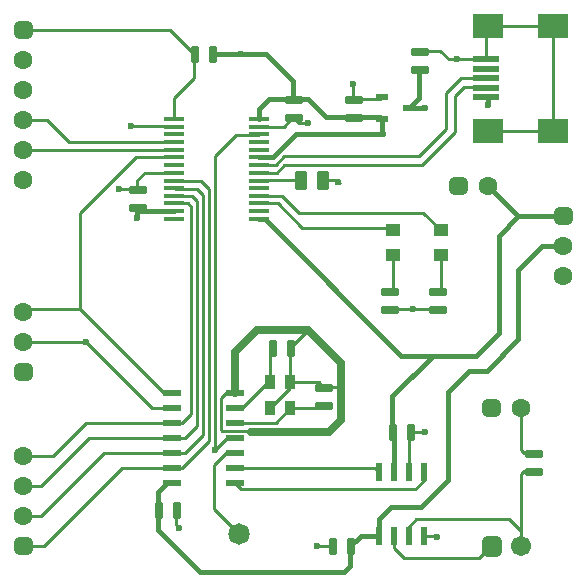
<source format=gtl>
G04 Generated by Ultiboard 14.1 *
%FSLAX24Y24*%
%MOIN*%

%ADD10C,0.0001*%
%ADD11C,0.0100*%
%ADD12C,0.0250*%
%ADD13C,0.0150*%
%ADD14C,0.0236*%
%ADD15R,0.0689X0.0177*%
%ADD16R,0.0108X0.0417*%
%ADD17C,0.0167*%
%ADD18R,0.0236X0.0610*%
%ADD19C,0.0674*%
%ADD20R,0.0320X0.0320*%
%ADD21C,0.0350*%
%ADD22R,0.0417X0.0108*%
%ADD23R,0.0394X0.0236*%
%ADD24R,0.0472X0.0433*%
%ADD25R,0.0208X0.0208*%
%ADD26C,0.0392*%
%ADD27C,0.0633*%
%ADD28R,0.0591X0.0236*%
%ADD29R,0.0374X0.0472*%
%ADD30R,0.0984X0.0787*%
%ADD31R,0.0906X0.0197*%
%ADD32R,0.0225X0.0467*%
%ADD33C,0.0717*%


G04 ColorRGB 00FF00 for the following layer *
%LNCopper Top*%
%LPD*%
G54D10*
G54D11*
X800Y4600D02*
X1800Y4600D01*
X2900Y5700D01*
X800Y3600D02*
X1400Y3600D01*
X3000Y5200D01*
X800Y2600D02*
X1400Y2600D01*
X3500Y4700D01*
X800Y1600D02*
X1500Y1600D01*
X4100Y4200D01*
X5737Y6700D02*
X5500Y6700D01*
X2700Y9500D01*
X900Y9500D01*
X800Y9400D01*
X5100Y6200D02*
X2900Y8400D01*
X800Y8400D01*
X7863Y5700D02*
X9206Y5700D01*
X9700Y6194D01*
X10694Y6194D01*
X10800Y6300D01*
X8100Y6200D02*
X8960Y7060D01*
X9011Y7060D01*
X7863Y6200D02*
X8100Y6200D01*
X9011Y7060D02*
X9011Y8111D01*
X9100Y8200D01*
X9700Y7060D02*
X10640Y7060D01*
X9011Y6194D02*
X9700Y6883D01*
X10640Y7060D02*
X10800Y6900D01*
X9700Y7060D02*
X9700Y8200D01*
X10300Y8800D01*
X10800Y6900D02*
X11400Y6900D01*
X13650Y4063D02*
X13650Y5350D01*
X7863Y4200D02*
X12513Y4200D01*
X12650Y4063D01*
X13900Y3529D02*
X14150Y3779D01*
X14150Y4063D01*
X13150Y1937D02*
X13150Y1550D01*
X13500Y1200D01*
X16000Y1200D01*
X16400Y1600D01*
X13650Y1937D02*
X13650Y2250D01*
X13900Y2500D01*
X17000Y2500D01*
X17400Y2100D01*
X17400Y1600D01*
X14150Y1937D02*
X14563Y1937D01*
X5900Y2800D02*
X5900Y2300D01*
X6000Y2200D01*
X10600Y1600D02*
X11100Y1600D01*
X13700Y5400D02*
X14200Y5400D01*
X800Y15800D02*
X1600Y15800D01*
X2328Y15072D01*
X5830Y15072D01*
X800Y14800D02*
X5814Y14800D01*
X16271Y18952D02*
X18437Y18952D01*
X18437Y15448D01*
X16232Y17830D02*
X16232Y18913D01*
X14000Y18100D02*
X14700Y18100D01*
X14970Y17830D01*
X16232Y17830D01*
X11800Y16500D02*
X12673Y16500D01*
X12747Y16574D01*
X11800Y16500D02*
X11800Y17000D01*
X9800Y15900D02*
X10000Y15700D01*
X10300Y15700D01*
X8665Y15584D02*
X9484Y15584D01*
X9800Y15900D01*
X8665Y13025D02*
X9275Y13025D01*
X10100Y12200D01*
X13033Y12200D01*
X13106Y12127D01*
X8665Y13281D02*
X9419Y13281D01*
X10000Y12700D01*
X14133Y12700D01*
X14706Y12127D01*
X14706Y11300D02*
X14706Y10213D01*
X14594Y10100D01*
X13106Y11300D02*
X13106Y10213D01*
X12994Y10100D01*
X12994Y9500D02*
X14594Y9500D01*
X8665Y14049D02*
X9249Y14049D01*
X9500Y14300D01*
X14100Y14300D01*
X15500Y16900D02*
X16217Y16900D01*
X15200Y16600D02*
X15500Y16900D01*
X8665Y14305D02*
X9205Y14305D01*
X9500Y14600D01*
X14900Y16700D02*
X15400Y17200D01*
X16232Y17200D01*
X9500Y14600D02*
X14000Y14600D01*
X15200Y15400D02*
X15200Y16600D01*
X14900Y15500D02*
X14900Y16700D01*
X14000Y14600D02*
X14900Y15500D01*
X14100Y14300D02*
X15200Y15400D01*
X16271Y15448D02*
X18437Y15448D01*
X4600Y13500D02*
X4600Y13800D01*
X4849Y14049D01*
X5830Y14049D01*
X4600Y13500D02*
X4000Y13500D01*
X5830Y15840D02*
X5830Y16530D01*
X6500Y17200D01*
X6500Y18000D01*
X800Y18800D02*
X5700Y18800D01*
X6500Y18000D01*
X5830Y13025D02*
X6275Y13025D01*
X5830Y13281D02*
X6419Y13281D01*
X6600Y13500D02*
X5867Y13500D01*
X5830Y13790D02*
X6710Y13790D01*
X2700Y9500D02*
X2700Y12700D01*
X4560Y14560D01*
X5830Y14560D01*
X2900Y5700D02*
X6100Y5700D01*
X6400Y6000D02*
X6400Y12900D01*
X6100Y5700D02*
X6400Y6000D01*
X6275Y13025D02*
X6400Y12900D01*
X6419Y13281D02*
X6600Y13100D01*
X6600Y5600D02*
X6200Y5200D01*
X6600Y13100D02*
X6600Y5600D01*
X3000Y5200D02*
X6200Y5200D01*
X3500Y4700D02*
X6200Y4700D01*
X6800Y5300D02*
X6800Y13300D01*
X6200Y4700D02*
X6800Y5300D01*
X6800Y13300D02*
X6600Y13500D01*
X6710Y13790D02*
X7000Y13500D01*
X7000Y5100D02*
X6100Y4200D01*
X7000Y13500D02*
X7000Y5100D01*
X4100Y4200D02*
X6100Y4200D01*
X7863Y5200D02*
X7600Y5200D01*
X7200Y4800D01*
X4400Y15600D02*
X5814Y15600D01*
X7900Y15300D02*
X8636Y15300D01*
X11300Y3500D02*
X13871Y3500D01*
X13900Y3529D02*
X13871Y3500D01*
X8063Y3500D02*
X11300Y3500D01*
X8063Y3500D02*
X7863Y3700D01*
X7200Y4800D02*
X7200Y14600D01*
X7900Y15300D01*
X17800Y4700D02*
X17500Y4700D01*
X17400Y4800D01*
X17400Y6200D01*
X17400Y2100D02*
X17400Y4000D01*
X17500Y4100D01*
X17800Y4100D01*
X10033Y13800D02*
X8665Y13800D01*
X10767Y13800D02*
X11250Y13800D01*
X11350Y13700D01*
X7863Y4700D02*
X7550Y4700D01*
X7150Y4300D01*
X7150Y2850D01*
X8000Y2000D01*
X5100Y6200D02*
X5737Y6200D01*
X7863Y6700D02*
X7550Y6700D01*
X7400Y6550D01*
X7429Y5450D02*
X7400Y5479D01*
X7400Y6550D02*
X7400Y5479D01*
X8350Y5450D02*
X8400Y5400D01*
X7429Y5450D02*
X8350Y5450D01*
G54D12*
X11400Y5800D02*
X11000Y5400D01*
X11400Y7700D02*
X11400Y5800D01*
X11000Y5400D02*
X8400Y5400D01*
X10300Y8800D02*
X11400Y7700D01*
X8600Y8800D02*
X10300Y8800D01*
X7863Y8063D02*
X8600Y8800D01*
X7863Y6700D02*
X7863Y8063D01*
G54D13*
X14200Y16200D02*
X13653Y16200D01*
X14000Y16547D02*
X13653Y16200D01*
X14000Y17500D02*
X14000Y16547D01*
X15900Y7950D02*
X16650Y8700D01*
X13100Y6600D02*
X14450Y7950D01*
X13100Y5400D02*
X13100Y6600D01*
X8665Y12513D02*
X8837Y12513D01*
X13150Y4063D02*
X13150Y5350D01*
X4600Y12900D02*
X4600Y12550D01*
X7100Y18000D02*
X8900Y18000D01*
X9800Y17100D01*
X9800Y16500D01*
X9000Y16500D02*
X10300Y16500D01*
X8665Y16165D02*
X9000Y16500D01*
X10300Y16500D02*
X10900Y15900D01*
X8665Y15840D02*
X8665Y16165D01*
X10900Y15900D02*
X12673Y15900D01*
X12747Y15826D02*
X12747Y15403D01*
X9900Y15350D02*
X12800Y15350D01*
X9110Y14560D02*
X9900Y15350D01*
X8665Y14560D02*
X9110Y14560D01*
X18100Y11600D02*
X18800Y11600D01*
X17300Y10800D02*
X18100Y11600D01*
X17300Y8500D02*
X17300Y10800D01*
X16250Y7450D02*
X17300Y8500D01*
X15650Y7450D02*
X16250Y7450D01*
X14950Y6750D02*
X15650Y7450D01*
X14950Y3800D02*
X14950Y6750D01*
X14050Y2900D02*
X14950Y3800D01*
X13050Y2900D02*
X14050Y2900D01*
X12650Y2500D02*
X13050Y2900D01*
X12650Y1937D02*
X12650Y2500D01*
X12037Y1937D02*
X12650Y1937D01*
X11700Y1600D02*
X12037Y1937D01*
X11700Y950D02*
X11700Y1600D01*
X11500Y750D02*
X11700Y950D01*
X5600Y3700D02*
X5300Y3400D01*
X5830Y12769D02*
X4731Y12769D01*
X16300Y16300D02*
X16300Y16502D01*
X5300Y2150D02*
X5300Y3400D01*
X6700Y750D02*
X11500Y750D01*
X5300Y2150D02*
X6700Y750D01*
X8837Y12513D02*
X13400Y7950D01*
X15900Y7950D01*
X17300Y12600D02*
X18800Y12600D01*
X17300Y12600D02*
X16300Y13600D01*
X16650Y8700D02*
X16650Y11950D01*
X17300Y12600D01*
G54D14*
X10300Y8800D03*
X10400Y5400D03*
X14600Y1900D03*
X6000Y2200D03*
X10600Y1600D03*
X14200Y5400D03*
X11800Y17000D03*
X10300Y15700D03*
X13800Y9500D03*
X16300Y16300D03*
X14200Y16200D03*
X4000Y13500D03*
X7200Y4800D03*
X2900Y8400D03*
X12800Y15350D03*
X8050Y18000D03*
X4400Y15600D03*
X11300Y13750D03*
X4600Y12550D03*
X15250Y17850D03*
G54D15*
X5830Y12513D03*
X8665Y12513D03*
X5830Y12769D03*
X5830Y13281D03*
X5830Y13025D03*
X8665Y12769D03*
X8665Y13281D03*
X8665Y13025D03*
X5830Y13537D03*
X5830Y14305D03*
X5830Y13790D03*
X5830Y14049D03*
X8665Y13537D03*
X8665Y14305D03*
X8665Y13790D03*
X8665Y14049D03*
X5830Y15072D03*
X5830Y14816D03*
X5830Y14560D03*
X8665Y15072D03*
X8665Y14816D03*
X8665Y14560D03*
X5830Y15840D03*
X5830Y15584D03*
X5830Y15328D03*
X8665Y15840D03*
X8665Y15584D03*
X8665Y15328D03*
G54D16*
X9100Y8200D03*
X9700Y8200D03*
X7100Y18000D03*
X6500Y18000D03*
X13100Y5400D03*
X13700Y5400D03*
X5300Y2800D03*
X5900Y2800D03*
X11100Y1600D03*
X11700Y1600D03*
G54D17*
X9046Y7992D02*
X9154Y7992D01*
X9154Y8408D01*
X9046Y8408D01*
X9046Y7992D01*D02*
X9646Y7992D02*
X9754Y7992D01*
X9754Y8408D01*
X9646Y8408D01*
X9646Y7992D01*D02*
X7046Y17792D02*
X7154Y17792D01*
X7154Y18208D01*
X7046Y18208D01*
X7046Y17792D01*D02*
X6446Y17792D02*
X6554Y17792D01*
X6554Y18208D01*
X6446Y18208D01*
X6446Y17792D01*D02*
X13792Y18046D02*
X14208Y18046D01*
X14208Y18154D01*
X13792Y18154D01*
X13792Y18046D01*D02*
X13792Y17446D02*
X14208Y17446D01*
X14208Y17554D01*
X13792Y17554D01*
X13792Y17446D01*D02*
X11592Y15846D02*
X12008Y15846D01*
X12008Y15954D01*
X11592Y15954D01*
X11592Y15846D01*D02*
X11592Y16446D02*
X12008Y16446D01*
X12008Y16554D01*
X11592Y16554D01*
X11592Y16446D01*D02*
X12786Y9446D02*
X13202Y9446D01*
X13202Y9554D01*
X12786Y9554D01*
X12786Y9446D01*D02*
X12786Y10046D02*
X13202Y10046D01*
X13202Y10154D01*
X12786Y10154D01*
X12786Y10046D01*D02*
X14386Y9446D02*
X14802Y9446D01*
X14802Y9554D01*
X14386Y9554D01*
X14386Y9446D01*D02*
X14386Y10046D02*
X14802Y10046D01*
X14802Y10154D01*
X14386Y10154D01*
X14386Y10046D01*D02*
X13046Y5192D02*
X13154Y5192D01*
X13154Y5608D01*
X13046Y5608D01*
X13046Y5192D01*D02*
X13646Y5192D02*
X13754Y5192D01*
X13754Y5608D01*
X13646Y5608D01*
X13646Y5192D01*D02*
X5246Y2592D02*
X5354Y2592D01*
X5354Y3008D01*
X5246Y3008D01*
X5246Y2592D01*D02*
X5846Y2592D02*
X5954Y2592D01*
X5954Y3008D01*
X5846Y3008D01*
X5846Y2592D01*D02*
X17592Y4046D02*
X18008Y4046D01*
X18008Y4154D01*
X17592Y4154D01*
X17592Y4046D01*D02*
X17592Y4646D02*
X18008Y4646D01*
X18008Y4754D01*
X17592Y4754D01*
X17592Y4646D01*D02*
X10592Y6246D02*
X11008Y6246D01*
X11008Y6354D01*
X10592Y6354D01*
X10592Y6246D01*D02*
X10592Y6846D02*
X11008Y6846D01*
X11008Y6954D01*
X10592Y6954D01*
X10592Y6846D01*D02*
X11046Y1392D02*
X11154Y1392D01*
X11154Y1808D01*
X11046Y1808D01*
X11046Y1392D01*D02*
X11646Y1392D02*
X11754Y1392D01*
X11754Y1808D01*
X11646Y1808D01*
X11646Y1392D01*D02*
X9592Y15846D02*
X10008Y15846D01*
X10008Y15954D01*
X9592Y15954D01*
X9592Y15846D01*D02*
X9592Y16446D02*
X10008Y16446D01*
X10008Y16554D01*
X9592Y16554D01*
X9592Y16446D01*D02*
X4392Y13446D02*
X4808Y13446D01*
X4808Y13554D01*
X4392Y13554D01*
X4392Y13446D01*D02*
X4392Y12846D02*
X4808Y12846D01*
X4808Y12954D01*
X4392Y12954D01*
X4392Y12846D01*D02*
X9921Y13567D02*
X10145Y13567D01*
X10145Y14033D01*
X9921Y14033D01*
X9921Y13567D01*D02*
X10655Y13567D02*
X10879Y13567D01*
X10879Y14033D01*
X10655Y14033D01*
X10655Y13567D01*D02*
G54D18*
X12650Y1937D03*
X13150Y1937D03*
X14150Y1937D03*
X13650Y1937D03*
X12650Y4063D03*
X13150Y4063D03*
X13650Y4063D03*
X14150Y4063D03*
G54D19*
X17400Y1600D03*
G54D20*
X16400Y1600D03*
G54D21*
X16240Y1440D02*
X16560Y1440D01*
X16560Y1760D01*
X16240Y1760D01*
X16240Y1440D01*D02*
G54D22*
X14000Y18100D03*
X14000Y17500D03*
X11800Y15900D03*
X11800Y16500D03*
X12994Y9500D03*
X12994Y10100D03*
X14594Y9500D03*
X14594Y10100D03*
X17800Y4100D03*
X17800Y4700D03*
X10800Y6300D03*
X10800Y6900D03*
X9800Y15900D03*
X9800Y16500D03*
X4600Y13500D03*
X4600Y12900D03*
G54D23*
X12747Y15826D03*
X12747Y16574D03*
X13653Y16200D03*
G54D24*
X13106Y12127D03*
X13106Y11300D03*
X14706Y11300D03*
X14706Y12127D03*
G54D25*
X16400Y6200D03*
X800Y1600D03*
X800Y7400D03*
X18800Y12600D03*
X800Y18800D03*
X15300Y13600D03*
G54D26*
X16296Y6096D02*
X16504Y6096D01*
X16504Y6304D01*
X16296Y6304D01*
X16296Y6096D01*D02*
X696Y1496D02*
X904Y1496D01*
X904Y1704D01*
X696Y1704D01*
X696Y1496D01*D02*
X696Y7296D02*
X904Y7296D01*
X904Y7504D01*
X696Y7504D01*
X696Y7296D01*D02*
X18696Y12496D02*
X18904Y12496D01*
X18904Y12704D01*
X18696Y12704D01*
X18696Y12496D01*D02*
X696Y18696D02*
X904Y18696D01*
X904Y18904D01*
X696Y18904D01*
X696Y18696D01*D02*
X15196Y13496D02*
X15404Y13496D01*
X15404Y13704D01*
X15196Y13704D01*
X15196Y13496D01*D02*
G54D27*
X17400Y6200D03*
X800Y3600D03*
X800Y2600D03*
X800Y4600D03*
X800Y8400D03*
X800Y9400D03*
X18800Y11600D03*
X18800Y10600D03*
X800Y17800D03*
X800Y16800D03*
X800Y14800D03*
X800Y15800D03*
X800Y13800D03*
X16300Y13600D03*
G54D28*
X5737Y3700D03*
X7863Y3700D03*
X5737Y4700D03*
X5737Y4200D03*
X7863Y4700D03*
X7863Y4200D03*
X5737Y5200D03*
X5737Y5700D03*
X7863Y5200D03*
X7863Y5700D03*
X5737Y6200D03*
X7863Y6200D03*
X5737Y6700D03*
X7863Y6700D03*
G54D29*
X9011Y7060D03*
X9011Y6194D03*
X9700Y7060D03*
X9700Y6194D03*
G54D30*
X16271Y15448D03*
X18437Y15448D03*
X16271Y18952D03*
X18437Y18952D03*
G54D31*
X16232Y16885D03*
X16232Y17200D03*
X16232Y16570D03*
X16232Y17830D03*
X16232Y17515D03*
G54D32*
X10033Y13800D03*
X10767Y13800D03*
G54D33*
X8000Y2000D03*

M02*

</source>
